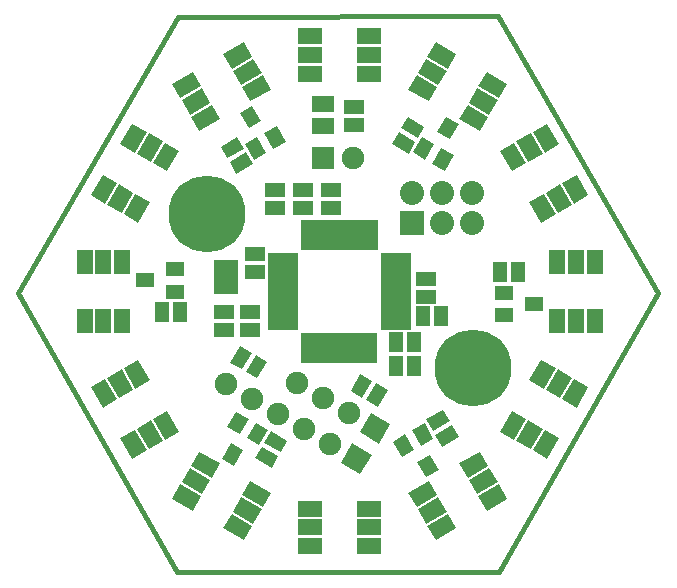
<source format=gbs>
G04 (created by PCBNEW-RS274X (2011-07-08 BZR 3044)-stable) date 5/7/2013 10:27:45 AM*
G01*
G70*
G90*
%MOIN*%
G04 Gerber Fmt 3.4, Leading zero omitted, Abs format*
%FSLAX34Y34*%
G04 APERTURE LIST*
%ADD10C,0.006000*%
%ADD11C,0.015000*%
%ADD12R,0.075000X0.075000*%
%ADD13C,0.075000*%
%ADD14R,0.080000X0.080000*%
%ADD15C,0.080000*%
%ADD16R,0.098700X0.037700*%
%ADD17R,0.037700X0.098700*%
%ADD18R,0.059400X0.047600*%
%ADD19R,0.065000X0.045000*%
%ADD20R,0.045000X0.065000*%
%ADD21R,0.055400X0.079100*%
%ADD22R,0.079100X0.055400*%
%ADD23R,0.075000X0.055000*%
%ADD24C,0.256200*%
%ADD25C,0.043600*%
%ADD26R,0.083000X0.039700*%
%ADD27R,0.083000X0.031800*%
G04 APERTURE END LIST*
G54D10*
G54D11*
X33980Y-28089D02*
X33972Y-28082D01*
X28661Y-37298D02*
X33980Y-28089D01*
X33965Y-46589D02*
X28661Y-37298D01*
X44697Y-46589D02*
X33965Y-46589D01*
X49996Y-37302D02*
X44697Y-46589D01*
X44646Y-28070D02*
X49996Y-37302D01*
X33972Y-28082D02*
X44646Y-28070D01*
G54D12*
X38831Y-32789D03*
G54D13*
X39831Y-32789D03*
G54D10*
G36*
X40433Y-42682D02*
X40058Y-43331D01*
X39409Y-42956D01*
X39784Y-42307D01*
X40433Y-42682D01*
X40433Y-42682D01*
G37*
G54D13*
X39055Y-42319D03*
X38189Y-41819D03*
X37323Y-41319D03*
X36457Y-40819D03*
X35591Y-40319D03*
G54D10*
G36*
X41063Y-41670D02*
X40688Y-42319D01*
X40039Y-41944D01*
X40414Y-41295D01*
X41063Y-41670D01*
X41063Y-41670D01*
G37*
G54D13*
X39685Y-41307D03*
X38819Y-40807D03*
X37953Y-40307D03*
G54D14*
X41791Y-34958D03*
G54D15*
X41791Y-33958D03*
X42791Y-34958D03*
X42791Y-33958D03*
X43791Y-34958D03*
X43791Y-33958D03*
G54D16*
X37474Y-36145D03*
X37474Y-36460D03*
X37474Y-36775D03*
X37474Y-37090D03*
X37474Y-37405D03*
X37474Y-37720D03*
X37474Y-38035D03*
X37474Y-38350D03*
X41240Y-38348D03*
X41240Y-36138D03*
X41240Y-36458D03*
X41240Y-36778D03*
X41240Y-37088D03*
X41240Y-37408D03*
X41240Y-37718D03*
X41240Y-38038D03*
G54D17*
X38258Y-39138D03*
X38572Y-39138D03*
X38888Y-39138D03*
X39202Y-39138D03*
X39518Y-39138D03*
X39832Y-39138D03*
X40148Y-39138D03*
X40462Y-39138D03*
X38260Y-35358D03*
X38570Y-35358D03*
X38890Y-35358D03*
X39200Y-35358D03*
X39510Y-35358D03*
X39830Y-35358D03*
X40150Y-35358D03*
X40470Y-35358D03*
G54D10*
G36*
X35448Y-42819D02*
X35745Y-42305D01*
X36158Y-42543D01*
X35861Y-43057D01*
X35448Y-42819D01*
X35448Y-42819D01*
G37*
G36*
X36273Y-42140D02*
X36570Y-41626D01*
X36983Y-41864D01*
X36686Y-42378D01*
X36273Y-42140D01*
X36273Y-42140D01*
G37*
G36*
X35623Y-41765D02*
X35920Y-41251D01*
X36333Y-41489D01*
X36036Y-42003D01*
X35623Y-41765D01*
X35623Y-41765D01*
G37*
G54D18*
X32886Y-36874D03*
X33886Y-37249D03*
X33886Y-36499D03*
G54D10*
G36*
X36452Y-31055D02*
X36749Y-31569D01*
X36336Y-31807D01*
X36039Y-31293D01*
X36452Y-31055D01*
X36452Y-31055D01*
G37*
G36*
X36627Y-32109D02*
X36924Y-32623D01*
X36511Y-32861D01*
X36214Y-32347D01*
X36627Y-32109D01*
X36627Y-32109D01*
G37*
G36*
X37277Y-31734D02*
X37574Y-32248D01*
X37161Y-32486D01*
X36864Y-31972D01*
X37277Y-31734D01*
X37277Y-31734D01*
G37*
G36*
X43341Y-31657D02*
X43044Y-32171D01*
X42631Y-31933D01*
X42928Y-31419D01*
X43341Y-31657D01*
X43341Y-31657D01*
G37*
G36*
X42516Y-32336D02*
X42219Y-32850D01*
X41806Y-32612D01*
X42103Y-32098D01*
X42516Y-32336D01*
X42516Y-32336D01*
G37*
G36*
X43166Y-32711D02*
X42869Y-33225D01*
X42456Y-32987D01*
X42753Y-32473D01*
X43166Y-32711D01*
X43166Y-32711D01*
G37*
G54D18*
X45864Y-37661D03*
X44864Y-37286D03*
X44864Y-38036D03*
G54D10*
G36*
X42259Y-43441D02*
X41962Y-42927D01*
X42375Y-42689D01*
X42672Y-43203D01*
X42259Y-43441D01*
X42259Y-43441D01*
G37*
G36*
X42084Y-42387D02*
X41787Y-41873D01*
X42200Y-41635D01*
X42497Y-42149D01*
X42084Y-42387D01*
X42084Y-42387D01*
G37*
G36*
X41434Y-42762D02*
X41137Y-42248D01*
X41550Y-42010D01*
X41847Y-42524D01*
X41434Y-42762D01*
X41434Y-42762D01*
G37*
G36*
X36956Y-39581D02*
X36631Y-40144D01*
X36242Y-39919D01*
X36567Y-39356D01*
X36956Y-39581D01*
X36956Y-39581D01*
G37*
G36*
X36436Y-39281D02*
X36111Y-39844D01*
X35722Y-39619D01*
X36047Y-39056D01*
X36436Y-39281D01*
X36436Y-39281D01*
G37*
G54D19*
X35512Y-37928D03*
X35512Y-38528D03*
X42244Y-36820D03*
X42244Y-37420D03*
G54D10*
G36*
X41635Y-31424D02*
X42198Y-31749D01*
X41973Y-32138D01*
X41410Y-31813D01*
X41635Y-31424D01*
X41635Y-31424D01*
G37*
G36*
X41335Y-31944D02*
X41898Y-32269D01*
X41673Y-32658D01*
X41110Y-32333D01*
X41335Y-31944D01*
X41335Y-31944D01*
G37*
G54D19*
X36535Y-36599D03*
X36535Y-35999D03*
G54D10*
G36*
X40971Y-40526D02*
X40646Y-41089D01*
X40257Y-40864D01*
X40582Y-40301D01*
X40971Y-40526D01*
X40971Y-40526D01*
G37*
G36*
X40451Y-40226D02*
X40126Y-40789D01*
X39737Y-40564D01*
X40062Y-40001D01*
X40451Y-40226D01*
X40451Y-40226D01*
G37*
G54D19*
X39094Y-34467D03*
X39094Y-33867D03*
X38150Y-34467D03*
X38150Y-33867D03*
X37205Y-34467D03*
X37205Y-33867D03*
G54D10*
G36*
X35401Y-32418D02*
X35964Y-32093D01*
X36189Y-32482D01*
X35626Y-32807D01*
X35401Y-32418D01*
X35401Y-32418D01*
G37*
G36*
X35701Y-32938D02*
X36264Y-32613D01*
X36489Y-33002D01*
X35926Y-33327D01*
X35701Y-32938D01*
X35701Y-32938D01*
G37*
G36*
X43339Y-42097D02*
X42776Y-42422D01*
X42551Y-42033D01*
X43114Y-41708D01*
X43339Y-42097D01*
X43339Y-42097D01*
G37*
G36*
X43039Y-41577D02*
X42476Y-41902D01*
X42251Y-41513D01*
X42814Y-41188D01*
X43039Y-41577D01*
X43039Y-41577D01*
G37*
G54D20*
X45300Y-36608D03*
X44700Y-36608D03*
X41235Y-39718D03*
X41835Y-39718D03*
X41235Y-38931D03*
X41835Y-38931D03*
X42141Y-38065D03*
X42741Y-38065D03*
G54D10*
G36*
X37106Y-43131D02*
X36543Y-42806D01*
X36768Y-42417D01*
X37331Y-42742D01*
X37106Y-43131D01*
X37106Y-43131D01*
G37*
G36*
X37406Y-42611D02*
X36843Y-42286D01*
X37068Y-41897D01*
X37631Y-42222D01*
X37406Y-42611D01*
X37406Y-42611D01*
G37*
G54D20*
X33440Y-37947D03*
X34040Y-37947D03*
G54D10*
G36*
X42289Y-45053D02*
X42974Y-44658D01*
X43251Y-45137D01*
X42566Y-45532D01*
X42289Y-45053D01*
X42289Y-45053D01*
G37*
G36*
X41974Y-44507D02*
X42659Y-44112D01*
X42936Y-44591D01*
X42251Y-44986D01*
X41974Y-44507D01*
X41974Y-44507D01*
G37*
G36*
X41659Y-43961D02*
X42344Y-43566D01*
X42621Y-44045D01*
X41936Y-44440D01*
X41659Y-43961D01*
X41659Y-43961D01*
G37*
G36*
X43363Y-42977D02*
X44048Y-42582D01*
X44325Y-43061D01*
X43640Y-43456D01*
X43363Y-42977D01*
X43363Y-42977D01*
G37*
G36*
X43678Y-43523D02*
X44363Y-43128D01*
X44640Y-43607D01*
X43955Y-44002D01*
X43678Y-43523D01*
X43678Y-43523D01*
G37*
G36*
X43993Y-44069D02*
X44678Y-43674D01*
X44955Y-44153D01*
X44270Y-44548D01*
X43993Y-44069D01*
X43993Y-44069D01*
G37*
G36*
X45806Y-42546D02*
X46201Y-41861D01*
X46680Y-42138D01*
X46285Y-42823D01*
X45806Y-42546D01*
X45806Y-42546D01*
G37*
G36*
X45260Y-42231D02*
X45655Y-41546D01*
X46134Y-41823D01*
X45739Y-42508D01*
X45260Y-42231D01*
X45260Y-42231D01*
G37*
G36*
X44714Y-41916D02*
X45109Y-41231D01*
X45588Y-41508D01*
X45193Y-42193D01*
X44714Y-41916D01*
X44714Y-41916D01*
G37*
G36*
X45698Y-40212D02*
X46093Y-39527D01*
X46572Y-39804D01*
X46177Y-40489D01*
X45698Y-40212D01*
X45698Y-40212D01*
G37*
G36*
X46244Y-40527D02*
X46639Y-39842D01*
X47118Y-40119D01*
X46723Y-40804D01*
X46244Y-40527D01*
X46244Y-40527D01*
G37*
G36*
X46790Y-40842D02*
X47185Y-40157D01*
X47664Y-40434D01*
X47269Y-41119D01*
X46790Y-40842D01*
X46790Y-40842D01*
G37*
G54D21*
X47874Y-38222D03*
X47244Y-38222D03*
X46614Y-38222D03*
X46614Y-36254D03*
X47244Y-36254D03*
X47874Y-36254D03*
G54D10*
G36*
X47185Y-34319D02*
X46790Y-33634D01*
X47269Y-33357D01*
X47664Y-34042D01*
X47185Y-34319D01*
X47185Y-34319D01*
G37*
G36*
X46639Y-34634D02*
X46244Y-33949D01*
X46723Y-33672D01*
X47118Y-34357D01*
X46639Y-34634D01*
X46639Y-34634D01*
G37*
G36*
X46093Y-34949D02*
X45698Y-34264D01*
X46177Y-33987D01*
X46572Y-34672D01*
X46093Y-34949D01*
X46093Y-34949D01*
G37*
G36*
X45109Y-33245D02*
X44714Y-32560D01*
X45193Y-32283D01*
X45588Y-32968D01*
X45109Y-33245D01*
X45109Y-33245D01*
G37*
G36*
X45655Y-32930D02*
X45260Y-32245D01*
X45739Y-31968D01*
X46134Y-32653D01*
X45655Y-32930D01*
X45655Y-32930D01*
G37*
G36*
X46201Y-32615D02*
X45806Y-31930D01*
X46285Y-31653D01*
X46680Y-32338D01*
X46201Y-32615D01*
X46201Y-32615D01*
G37*
G36*
X44678Y-30802D02*
X43993Y-30407D01*
X44270Y-29928D01*
X44955Y-30323D01*
X44678Y-30802D01*
X44678Y-30802D01*
G37*
G36*
X44363Y-31348D02*
X43678Y-30953D01*
X43955Y-30474D01*
X44640Y-30869D01*
X44363Y-31348D01*
X44363Y-31348D01*
G37*
G36*
X44048Y-31894D02*
X43363Y-31499D01*
X43640Y-31020D01*
X44325Y-31415D01*
X44048Y-31894D01*
X44048Y-31894D01*
G37*
G36*
X42344Y-30910D02*
X41659Y-30515D01*
X41936Y-30036D01*
X42621Y-30431D01*
X42344Y-30910D01*
X42344Y-30910D01*
G37*
G36*
X42659Y-30364D02*
X41974Y-29969D01*
X42251Y-29490D01*
X42936Y-29885D01*
X42659Y-30364D01*
X42659Y-30364D01*
G37*
G36*
X42974Y-29818D02*
X42289Y-29423D01*
X42566Y-28944D01*
X43251Y-29339D01*
X42974Y-29818D01*
X42974Y-29818D01*
G37*
G54D22*
X40354Y-28734D03*
X40354Y-29364D03*
X40354Y-29994D03*
X38386Y-29994D03*
X38386Y-29364D03*
X38386Y-28734D03*
G54D10*
G36*
X36451Y-29423D02*
X35766Y-29818D01*
X35489Y-29339D01*
X36174Y-28944D01*
X36451Y-29423D01*
X36451Y-29423D01*
G37*
G36*
X36766Y-29969D02*
X36081Y-30364D01*
X35804Y-29885D01*
X36489Y-29490D01*
X36766Y-29969D01*
X36766Y-29969D01*
G37*
G36*
X37081Y-30515D02*
X36396Y-30910D01*
X36119Y-30431D01*
X36804Y-30036D01*
X37081Y-30515D01*
X37081Y-30515D01*
G37*
G36*
X35377Y-31499D02*
X34692Y-31894D01*
X34415Y-31415D01*
X35100Y-31020D01*
X35377Y-31499D01*
X35377Y-31499D01*
G37*
G36*
X35062Y-30953D02*
X34377Y-31348D01*
X34100Y-30869D01*
X34785Y-30474D01*
X35062Y-30953D01*
X35062Y-30953D01*
G37*
G36*
X34747Y-30407D02*
X34062Y-30802D01*
X33785Y-30323D01*
X34470Y-29928D01*
X34747Y-30407D01*
X34747Y-30407D01*
G37*
G36*
X32934Y-31930D02*
X32539Y-32615D01*
X32060Y-32338D01*
X32455Y-31653D01*
X32934Y-31930D01*
X32934Y-31930D01*
G37*
G36*
X33480Y-32245D02*
X33085Y-32930D01*
X32606Y-32653D01*
X33001Y-31968D01*
X33480Y-32245D01*
X33480Y-32245D01*
G37*
G36*
X34026Y-32560D02*
X33631Y-33245D01*
X33152Y-32968D01*
X33547Y-32283D01*
X34026Y-32560D01*
X34026Y-32560D01*
G37*
G36*
X33042Y-34264D02*
X32647Y-34949D01*
X32168Y-34672D01*
X32563Y-33987D01*
X33042Y-34264D01*
X33042Y-34264D01*
G37*
G36*
X32496Y-33949D02*
X32101Y-34634D01*
X31622Y-34357D01*
X32017Y-33672D01*
X32496Y-33949D01*
X32496Y-33949D01*
G37*
G36*
X31950Y-33634D02*
X31555Y-34319D01*
X31076Y-34042D01*
X31471Y-33357D01*
X31950Y-33634D01*
X31950Y-33634D01*
G37*
G54D21*
X30866Y-36254D03*
X31496Y-36254D03*
X32126Y-36254D03*
X32126Y-38222D03*
X31496Y-38222D03*
X30866Y-38222D03*
G54D10*
G36*
X31555Y-40157D02*
X31950Y-40842D01*
X31471Y-41119D01*
X31076Y-40434D01*
X31555Y-40157D01*
X31555Y-40157D01*
G37*
G36*
X32101Y-39842D02*
X32496Y-40527D01*
X32017Y-40804D01*
X31622Y-40119D01*
X32101Y-39842D01*
X32101Y-39842D01*
G37*
G36*
X32647Y-39527D02*
X33042Y-40212D01*
X32563Y-40489D01*
X32168Y-39804D01*
X32647Y-39527D01*
X32647Y-39527D01*
G37*
G36*
X33631Y-41231D02*
X34026Y-41916D01*
X33547Y-42193D01*
X33152Y-41508D01*
X33631Y-41231D01*
X33631Y-41231D01*
G37*
G36*
X33085Y-41546D02*
X33480Y-42231D01*
X33001Y-42508D01*
X32606Y-41823D01*
X33085Y-41546D01*
X33085Y-41546D01*
G37*
G36*
X32539Y-41861D02*
X32934Y-42546D01*
X32455Y-42823D01*
X32060Y-42138D01*
X32539Y-41861D01*
X32539Y-41861D01*
G37*
G36*
X34062Y-43674D02*
X34747Y-44069D01*
X34470Y-44548D01*
X33785Y-44153D01*
X34062Y-43674D01*
X34062Y-43674D01*
G37*
G36*
X34377Y-43128D02*
X35062Y-43523D01*
X34785Y-44002D01*
X34100Y-43607D01*
X34377Y-43128D01*
X34377Y-43128D01*
G37*
G36*
X34692Y-42582D02*
X35377Y-42977D01*
X35100Y-43456D01*
X34415Y-43061D01*
X34692Y-42582D01*
X34692Y-42582D01*
G37*
G36*
X36396Y-43566D02*
X37081Y-43961D01*
X36804Y-44440D01*
X36119Y-44045D01*
X36396Y-43566D01*
X36396Y-43566D01*
G37*
G36*
X36081Y-44112D02*
X36766Y-44507D01*
X36489Y-44986D01*
X35804Y-44591D01*
X36081Y-44112D01*
X36081Y-44112D01*
G37*
G36*
X35766Y-44658D02*
X36451Y-45053D01*
X36174Y-45532D01*
X35489Y-45137D01*
X35766Y-44658D01*
X35766Y-44658D01*
G37*
G54D22*
X38386Y-45742D03*
X38386Y-45112D03*
X38386Y-44482D03*
X40354Y-44482D03*
X40354Y-45112D03*
X40354Y-45742D03*
G54D23*
X38819Y-30997D03*
X38819Y-31747D03*
G54D19*
X36378Y-37928D03*
X36378Y-38528D03*
G54D24*
X43803Y-39797D03*
G54D25*
X43803Y-38911D03*
X43803Y-40683D03*
X44571Y-39354D03*
X44571Y-40240D03*
X43035Y-39354D03*
X43035Y-40240D03*
G54D24*
X34937Y-34679D03*
G54D25*
X34937Y-33793D03*
X34937Y-35565D03*
X35705Y-34236D03*
X35705Y-35122D03*
X34169Y-34236D03*
X34169Y-35122D03*
G54D19*
X39843Y-31711D03*
X39843Y-31111D03*
G54D26*
X35591Y-37146D03*
X35591Y-36398D03*
G54D27*
X35591Y-36772D03*
M02*

</source>
